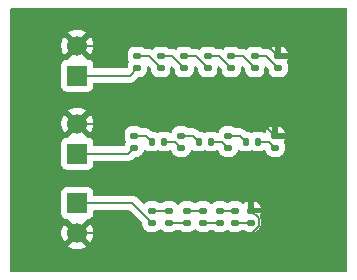
<source format=gbr>
%TF.GenerationSoftware,KiCad,Pcbnew,9.0.6*%
%TF.CreationDate,2026-02-25T04:49:12+07:00*%
%TF.ProjectId,solder_test_board,736f6c64-6572-45f7-9465-73745f626f61,rev?*%
%TF.SameCoordinates,Original*%
%TF.FileFunction,Copper,L1,Top*%
%TF.FilePolarity,Positive*%
%FSLAX46Y46*%
G04 Gerber Fmt 4.6, Leading zero omitted, Abs format (unit mm)*
G04 Created by KiCad (PCBNEW 9.0.6) date 2026-02-25 04:49:12*
%MOMM*%
%LPD*%
G01*
G04 APERTURE LIST*
G04 Aperture macros list*
%AMRoundRect*
0 Rectangle with rounded corners*
0 $1 Rounding radius*
0 $2 $3 $4 $5 $6 $7 $8 $9 X,Y pos of 4 corners*
0 Add a 4 corners polygon primitive as box body*
4,1,4,$2,$3,$4,$5,$6,$7,$8,$9,$2,$3,0*
0 Add four circle primitives for the rounded corners*
1,1,$1+$1,$2,$3*
1,1,$1+$1,$4,$5*
1,1,$1+$1,$6,$7*
1,1,$1+$1,$8,$9*
0 Add four rect primitives between the rounded corners*
20,1,$1+$1,$2,$3,$4,$5,0*
20,1,$1+$1,$4,$5,$6,$7,0*
20,1,$1+$1,$6,$7,$8,$9,0*
20,1,$1+$1,$8,$9,$2,$3,0*%
G04 Aperture macros list end*
%TA.AperFunction,SMDPad,CuDef*%
%ADD10RoundRect,0.135000X0.185000X-0.135000X0.185000X0.135000X-0.185000X0.135000X-0.185000X-0.135000X0*%
%TD*%
%TA.AperFunction,SMDPad,CuDef*%
%ADD11RoundRect,0.135000X-0.185000X0.135000X-0.185000X-0.135000X0.185000X-0.135000X0.185000X0.135000X0*%
%TD*%
%TA.AperFunction,SMDPad,CuDef*%
%ADD12RoundRect,0.135000X-0.135000X-0.185000X0.135000X-0.185000X0.135000X0.185000X-0.135000X0.185000X0*%
%TD*%
%TA.AperFunction,ComponentPad*%
%ADD13R,1.700000X1.700000*%
%TD*%
%TA.AperFunction,ComponentPad*%
%ADD14C,1.700000*%
%TD*%
%TA.AperFunction,Conductor*%
%ADD15C,0.200000*%
%TD*%
G04 APERTURE END LIST*
D10*
%TO.P,R17,2*%
%TO.N,Net-(R17-Pad2)*%
X42291000Y-37844000D03*
%TO.P,R17,1*%
%TO.N,Net-(R16-Pad2)*%
X42291000Y-38864000D03*
%TD*%
%TO.P,R21,1*%
%TO.N,Net-(R20-Pad2)*%
X47752000Y-38864000D03*
%TO.P,R21,2*%
%TO.N,GND*%
X47752000Y-37844000D03*
%TD*%
D11*
%TO.P,R20,1*%
%TO.N,Net-(R19-Pad2)*%
X46355000Y-37844000D03*
%TO.P,R20,2*%
%TO.N,Net-(R20-Pad2)*%
X46355000Y-38864000D03*
%TD*%
D10*
%TO.P,R19,1*%
%TO.N,Net-(R18-Pad2)*%
X45085000Y-38864000D03*
%TO.P,R19,2*%
%TO.N,Net-(R19-Pad2)*%
X45085000Y-37844000D03*
%TD*%
D11*
%TO.P,R18,1*%
%TO.N,Net-(R17-Pad2)*%
X43688000Y-37844000D03*
%TO.P,R18,2*%
%TO.N,Net-(R18-Pad2)*%
X43688000Y-38864000D03*
%TD*%
%TO.P,R16,1*%
%TO.N,Net-(R15-Pad2)*%
X40767000Y-37844000D03*
%TO.P,R16,2*%
%TO.N,Net-(R16-Pad2)*%
X40767000Y-38864000D03*
%TD*%
D10*
%TO.P,R15,1*%
%TO.N,Net-(J3-Pin_1)*%
X39327000Y-38864000D03*
%TO.P,R15,2*%
%TO.N,Net-(R15-Pad2)*%
X39327000Y-37844000D03*
%TD*%
%TO.P,R14,1*%
%TO.N,Net-(R13-Pad2)*%
X49786000Y-32516000D03*
%TO.P,R14,2*%
%TO.N,GND*%
X49786000Y-31496000D03*
%TD*%
D12*
%TO.P,R13,1*%
%TO.N,Net-(R12-Pad2)*%
X47286000Y-32006000D03*
%TO.P,R13,2*%
%TO.N,Net-(R13-Pad2)*%
X48306000Y-32006000D03*
%TD*%
D10*
%TO.P,R12,1*%
%TO.N,Net-(R11-Pad2)*%
X45806000Y-32516000D03*
%TO.P,R12,2*%
%TO.N,Net-(R12-Pad2)*%
X45806000Y-31496000D03*
%TD*%
D12*
%TO.P,R11,1*%
%TO.N,Net-(R10-Pad2)*%
X43306000Y-32006000D03*
%TO.P,R11,2*%
%TO.N,Net-(R11-Pad2)*%
X44326000Y-32006000D03*
%TD*%
D10*
%TO.P,R10,1*%
%TO.N,Net-(R10-Pad1)*%
X41826000Y-32516000D03*
%TO.P,R10,2*%
%TO.N,Net-(R10-Pad2)*%
X41826000Y-31496000D03*
%TD*%
D12*
%TO.P,R9,1*%
%TO.N,Net-(R8-Pad2)*%
X39326000Y-32006000D03*
%TO.P,R9,2*%
%TO.N,Net-(R10-Pad1)*%
X40346000Y-32006000D03*
%TD*%
D10*
%TO.P,R8,1*%
%TO.N,Net-(J2-Pin_1)*%
X37846000Y-32516000D03*
%TO.P,R8,2*%
%TO.N,Net-(R8-Pad2)*%
X37846000Y-31496000D03*
%TD*%
D13*
%TO.P,J3,1,Pin_1*%
%TO.N,Net-(J3-Pin_1)*%
X33020000Y-37211000D03*
D14*
%TO.P,J3,2,Pin_2*%
%TO.N,GND*%
X33020000Y-39751000D03*
%TD*%
D13*
%TO.P,J2,1,Pin_1*%
%TO.N,Net-(J2-Pin_1)*%
X33020000Y-33020000D03*
D14*
%TO.P,J2,2,Pin_2*%
%TO.N,GND*%
X33020000Y-30480000D03*
%TD*%
D10*
%TO.P,R7,1*%
%TO.N,Net-(R6-Pad2)*%
X50038000Y-25781000D03*
%TO.P,R7,2*%
%TO.N,GND*%
X50038000Y-24761000D03*
%TD*%
%TO.P,R6,1*%
%TO.N,Net-(R5-Pad2)*%
X48048000Y-25781000D03*
%TO.P,R6,2*%
%TO.N,Net-(R6-Pad2)*%
X48048000Y-24761000D03*
%TD*%
%TO.P,R5,1*%
%TO.N,Net-(R4-Pad2)*%
X46058000Y-25781000D03*
%TO.P,R5,2*%
%TO.N,Net-(R5-Pad2)*%
X46058000Y-24761000D03*
%TD*%
%TO.P,R4,1*%
%TO.N,Net-(R3-Pad2)*%
X44068000Y-25781000D03*
%TO.P,R4,2*%
%TO.N,Net-(R4-Pad2)*%
X44068000Y-24761000D03*
%TD*%
%TO.P,R3,1*%
%TO.N,Net-(R2-Pad2)*%
X42078000Y-25781000D03*
%TO.P,R3,2*%
%TO.N,Net-(R3-Pad2)*%
X42078000Y-24761000D03*
%TD*%
%TO.P,R2,1*%
%TO.N,Net-(R1-Pad2)*%
X40088000Y-25781000D03*
%TO.P,R2,2*%
%TO.N,Net-(R2-Pad2)*%
X40088000Y-24761000D03*
%TD*%
%TO.P,R1,1*%
%TO.N,Net-(J1-Pin_1)*%
X38098000Y-25781000D03*
%TO.P,R1,2*%
%TO.N,Net-(R1-Pad2)*%
X38098000Y-24761000D03*
%TD*%
D13*
%TO.P,J1,1,Pin_1*%
%TO.N,Net-(J1-Pin_1)*%
X33018000Y-26416000D03*
D14*
%TO.P,J1,2,Pin_2*%
%TO.N,GND*%
X33018000Y-23876000D03*
%TD*%
D15*
%TO.N,GND*%
X48373000Y-38465000D02*
X47752000Y-37844000D01*
X47805340Y-39751000D02*
X48373000Y-39183340D01*
X33020000Y-39751000D02*
X47805340Y-39751000D01*
X48373000Y-39183340D02*
X48373000Y-38465000D01*
%TO.N,Net-(J3-Pin_1)*%
X37674000Y-37211000D02*
X39327000Y-38864000D01*
X33020000Y-37211000D02*
X37674000Y-37211000D01*
%TO.N,Net-(R20-Pad2)*%
X46355000Y-38864000D02*
X47752000Y-38864000D01*
%TO.N,Net-(R19-Pad2)*%
X45085000Y-37844000D02*
X46355000Y-37844000D01*
%TO.N,Net-(R18-Pad2)*%
X43688000Y-38864000D02*
X45085000Y-38864000D01*
%TO.N,Net-(R17-Pad2)*%
X43688000Y-37844000D02*
X42291000Y-37844000D01*
%TO.N,Net-(R16-Pad2)*%
X40767000Y-38864000D02*
X42291000Y-38864000D01*
%TO.N,Net-(R15-Pad2)*%
X39327000Y-37844000D02*
X40767000Y-37844000D01*
%TO.N,GND*%
X48770000Y-30480000D02*
X33020000Y-30480000D01*
X49786000Y-31496000D02*
X48770000Y-30480000D01*
%TO.N,Net-(R13-Pad2)*%
X49276000Y-32006000D02*
X49786000Y-32516000D01*
X48306000Y-32006000D02*
X49276000Y-32006000D01*
%TO.N,Net-(R12-Pad2)*%
X46776000Y-31496000D02*
X47286000Y-32006000D01*
X45806000Y-31496000D02*
X46776000Y-31496000D01*
%TO.N,Net-(R11-Pad2)*%
X45296000Y-32006000D02*
X45806000Y-32516000D01*
X44326000Y-32006000D02*
X45296000Y-32006000D01*
%TO.N,Net-(R10-Pad2)*%
X42796000Y-31496000D02*
X43306000Y-32006000D01*
X41826000Y-31496000D02*
X42796000Y-31496000D01*
%TO.N,Net-(R10-Pad1)*%
X41316000Y-32006000D02*
X41826000Y-32516000D01*
X40346000Y-32006000D02*
X41316000Y-32006000D01*
%TO.N,Net-(R8-Pad2)*%
X38816000Y-31496000D02*
X39326000Y-32006000D01*
X37846000Y-31496000D02*
X38816000Y-31496000D01*
%TO.N,Net-(J2-Pin_1)*%
X37342000Y-33020000D02*
X37846000Y-32516000D01*
X33020000Y-33020000D02*
X37342000Y-33020000D01*
%TO.N,GND*%
X49153000Y-23876000D02*
X33018000Y-23876000D01*
X50038000Y-24761000D02*
X49153000Y-23876000D01*
%TO.N,Net-(R6-Pad2)*%
X48048000Y-24761000D02*
X49018000Y-24761000D01*
X49018000Y-24761000D02*
X50038000Y-25781000D01*
%TO.N,Net-(R5-Pad2)*%
X47028000Y-24761000D02*
X48048000Y-25781000D01*
X46058000Y-24761000D02*
X47028000Y-24761000D01*
%TO.N,Net-(R4-Pad2)*%
X45038000Y-24761000D02*
X46058000Y-25781000D01*
X44068000Y-24761000D02*
X45038000Y-24761000D01*
%TO.N,Net-(R3-Pad2)*%
X43048000Y-24761000D02*
X44068000Y-25781000D01*
X42078000Y-24761000D02*
X43048000Y-24761000D01*
%TO.N,Net-(R2-Pad2)*%
X41058000Y-24761000D02*
X42078000Y-25781000D01*
X40088000Y-24761000D02*
X41058000Y-24761000D01*
%TO.N,Net-(R1-Pad2)*%
X39068000Y-24761000D02*
X40088000Y-25781000D01*
X38098000Y-24761000D02*
X39068000Y-24761000D01*
%TO.N,Net-(J1-Pin_1)*%
X37463000Y-26416000D02*
X38098000Y-25781000D01*
X33018000Y-26416000D02*
X37463000Y-26416000D01*
%TD*%
%TA.AperFunction,Conductor*%
%TO.N,GND*%
G36*
X55830539Y-20713185D02*
G01*
X55876294Y-20765989D01*
X55887500Y-20817500D01*
X55887500Y-42936500D01*
X55867815Y-43003539D01*
X55815011Y-43049294D01*
X55763500Y-43060500D01*
X27421500Y-43060500D01*
X27354461Y-43040815D01*
X27308706Y-42988011D01*
X27297500Y-42936500D01*
X27297500Y-36313135D01*
X31669500Y-36313135D01*
X31669500Y-38108870D01*
X31669501Y-38108876D01*
X31675908Y-38168483D01*
X31726202Y-38303328D01*
X31726206Y-38303335D01*
X31812452Y-38418544D01*
X31812455Y-38418547D01*
X31927664Y-38504793D01*
X31927671Y-38504797D01*
X31972618Y-38521561D01*
X32062517Y-38555091D01*
X32122127Y-38561500D01*
X32132685Y-38561499D01*
X32199723Y-38581179D01*
X32220372Y-38597818D01*
X32890591Y-39268037D01*
X32827007Y-39285075D01*
X32712993Y-39350901D01*
X32619901Y-39443993D01*
X32554075Y-39558007D01*
X32537037Y-39621591D01*
X31904728Y-38989282D01*
X31904727Y-38989282D01*
X31865380Y-39043439D01*
X31768904Y-39232782D01*
X31703242Y-39434869D01*
X31703242Y-39434872D01*
X31670000Y-39644753D01*
X31670000Y-39857246D01*
X31703242Y-40067127D01*
X31703242Y-40067130D01*
X31768904Y-40269217D01*
X31865375Y-40458550D01*
X31904728Y-40512716D01*
X32537037Y-39880408D01*
X32554075Y-39943993D01*
X32619901Y-40058007D01*
X32712993Y-40151099D01*
X32827007Y-40216925D01*
X32890590Y-40233962D01*
X32258282Y-40866269D01*
X32258282Y-40866270D01*
X32312449Y-40905624D01*
X32501782Y-41002095D01*
X32703870Y-41067757D01*
X32913754Y-41101000D01*
X33126246Y-41101000D01*
X33336127Y-41067757D01*
X33336130Y-41067757D01*
X33538217Y-41002095D01*
X33727554Y-40905622D01*
X33781716Y-40866270D01*
X33781717Y-40866270D01*
X33149408Y-40233962D01*
X33212993Y-40216925D01*
X33327007Y-40151099D01*
X33420099Y-40058007D01*
X33485925Y-39943993D01*
X33502962Y-39880409D01*
X34135270Y-40512717D01*
X34135270Y-40512716D01*
X34174622Y-40458554D01*
X34271095Y-40269217D01*
X34336757Y-40067130D01*
X34336757Y-40067127D01*
X34370000Y-39857246D01*
X34370000Y-39644753D01*
X34336757Y-39434872D01*
X34336757Y-39434869D01*
X34271095Y-39232782D01*
X34174624Y-39043449D01*
X34135270Y-38989282D01*
X34135269Y-38989282D01*
X33502962Y-39621590D01*
X33485925Y-39558007D01*
X33420099Y-39443993D01*
X33327007Y-39350901D01*
X33212993Y-39285075D01*
X33149409Y-39268037D01*
X33819627Y-38597818D01*
X33880950Y-38564333D01*
X33907307Y-38561499D01*
X33917872Y-38561499D01*
X33977483Y-38555091D01*
X34112331Y-38504796D01*
X34227546Y-38418546D01*
X34313796Y-38303331D01*
X34364091Y-38168483D01*
X34370500Y-38108873D01*
X34370500Y-37935500D01*
X34390185Y-37868461D01*
X34442989Y-37822706D01*
X34494500Y-37811500D01*
X37373903Y-37811500D01*
X37440942Y-37831185D01*
X37461584Y-37847819D01*
X38470181Y-38856416D01*
X38503666Y-38917739D01*
X38506500Y-38944096D01*
X38506500Y-39063168D01*
X38506501Y-39063192D01*
X38509335Y-39099205D01*
X38554129Y-39253388D01*
X38554131Y-39253393D01*
X38635863Y-39391595D01*
X38635869Y-39391603D01*
X38749396Y-39505130D01*
X38749400Y-39505133D01*
X38749402Y-39505135D01*
X38887607Y-39586869D01*
X38928268Y-39598682D01*
X39041791Y-39631664D01*
X39041794Y-39631664D01*
X39041796Y-39631665D01*
X39077819Y-39634500D01*
X39576180Y-39634499D01*
X39612204Y-39631665D01*
X39766393Y-39586869D01*
X39904598Y-39505135D01*
X39925548Y-39484185D01*
X39959319Y-39450415D01*
X40020642Y-39416930D01*
X40090334Y-39421914D01*
X40134681Y-39450415D01*
X40189396Y-39505130D01*
X40189400Y-39505133D01*
X40189402Y-39505135D01*
X40327607Y-39586869D01*
X40368268Y-39598682D01*
X40481791Y-39631664D01*
X40481794Y-39631664D01*
X40481796Y-39631665D01*
X40517819Y-39634500D01*
X41016180Y-39634499D01*
X41052204Y-39631665D01*
X41206393Y-39586869D01*
X41344598Y-39505135D01*
X41344603Y-39505130D01*
X41348915Y-39500819D01*
X41375842Y-39486115D01*
X41401661Y-39469523D01*
X41407861Y-39468631D01*
X41410238Y-39467334D01*
X41436596Y-39464500D01*
X41621404Y-39464500D01*
X41688443Y-39484185D01*
X41709085Y-39500819D01*
X41713396Y-39505130D01*
X41713400Y-39505133D01*
X41713402Y-39505135D01*
X41851607Y-39586869D01*
X41892268Y-39598682D01*
X42005791Y-39631664D01*
X42005794Y-39631664D01*
X42005796Y-39631665D01*
X42041819Y-39634500D01*
X42540180Y-39634499D01*
X42576204Y-39631665D01*
X42730393Y-39586869D01*
X42868598Y-39505135D01*
X42901818Y-39471915D01*
X42963140Y-39438429D01*
X43032832Y-39443413D01*
X43077182Y-39471915D01*
X43110396Y-39505130D01*
X43110400Y-39505133D01*
X43110402Y-39505135D01*
X43248607Y-39586869D01*
X43289268Y-39598682D01*
X43402791Y-39631664D01*
X43402794Y-39631664D01*
X43402796Y-39631665D01*
X43438819Y-39634500D01*
X43937180Y-39634499D01*
X43973204Y-39631665D01*
X44127393Y-39586869D01*
X44265598Y-39505135D01*
X44265603Y-39505130D01*
X44269915Y-39500819D01*
X44296842Y-39486115D01*
X44322661Y-39469523D01*
X44328861Y-39468631D01*
X44331238Y-39467334D01*
X44357596Y-39464500D01*
X44415404Y-39464500D01*
X44482443Y-39484185D01*
X44503085Y-39500819D01*
X44507396Y-39505130D01*
X44507400Y-39505133D01*
X44507402Y-39505135D01*
X44645607Y-39586869D01*
X44686268Y-39598682D01*
X44799791Y-39631664D01*
X44799794Y-39631664D01*
X44799796Y-39631665D01*
X44835819Y-39634500D01*
X45334180Y-39634499D01*
X45370204Y-39631665D01*
X45524393Y-39586869D01*
X45656879Y-39508516D01*
X45724603Y-39491334D01*
X45783120Y-39508516D01*
X45915607Y-39586869D01*
X45956268Y-39598682D01*
X46069791Y-39631664D01*
X46069794Y-39631664D01*
X46069796Y-39631665D01*
X46105819Y-39634500D01*
X46604180Y-39634499D01*
X46640204Y-39631665D01*
X46794393Y-39586869D01*
X46932598Y-39505135D01*
X46932603Y-39505130D01*
X46936915Y-39500819D01*
X46963842Y-39486115D01*
X46989661Y-39469523D01*
X46995861Y-39468631D01*
X46998238Y-39467334D01*
X47024596Y-39464500D01*
X47082404Y-39464500D01*
X47149443Y-39484185D01*
X47170085Y-39500819D01*
X47174396Y-39505130D01*
X47174400Y-39505133D01*
X47174402Y-39505135D01*
X47312607Y-39586869D01*
X47353268Y-39598682D01*
X47466791Y-39631664D01*
X47466794Y-39631664D01*
X47466796Y-39631665D01*
X47502819Y-39634500D01*
X48001180Y-39634499D01*
X48037204Y-39631665D01*
X48191393Y-39586869D01*
X48329598Y-39505135D01*
X48443135Y-39391598D01*
X48524869Y-39253393D01*
X48569665Y-39099204D01*
X48572500Y-39063181D01*
X48572499Y-38664820D01*
X48569665Y-38628796D01*
X48524869Y-38474607D01*
X48490581Y-38416629D01*
X48473398Y-38348905D01*
X48490582Y-38290386D01*
X48524404Y-38233196D01*
X48524405Y-38233194D01*
X48564844Y-38094000D01*
X48012409Y-38094000D01*
X48011954Y-38093999D01*
X48007305Y-38093981D01*
X48001181Y-38093500D01*
X47875886Y-38093500D01*
X47875545Y-38093499D01*
X47842216Y-38083579D01*
X47808961Y-38073815D01*
X47808806Y-38073636D01*
X47808579Y-38073569D01*
X47785867Y-38047163D01*
X47763206Y-38021011D01*
X47763149Y-38020750D01*
X47763018Y-38020598D01*
X47762840Y-38019331D01*
X47752000Y-37969500D01*
X47752000Y-37844000D01*
X47626000Y-37844000D01*
X47558961Y-37824315D01*
X47513206Y-37771511D01*
X47502000Y-37720000D01*
X47502000Y-37594000D01*
X48002000Y-37594000D01*
X48564844Y-37594000D01*
X48524404Y-37454805D01*
X48442738Y-37316714D01*
X48442731Y-37316705D01*
X48329294Y-37203268D01*
X48329285Y-37203261D01*
X48191191Y-37121593D01*
X48191188Y-37121592D01*
X48037130Y-37076834D01*
X48002000Y-37074068D01*
X48002000Y-37594000D01*
X47502000Y-37594000D01*
X47502000Y-37074068D01*
X47501999Y-37074068D01*
X47466869Y-37076834D01*
X47466868Y-37076834D01*
X47312811Y-37121592D01*
X47312808Y-37121593D01*
X47174714Y-37203261D01*
X47174704Y-37203269D01*
X47141533Y-37236440D01*
X47080210Y-37269925D01*
X47010518Y-37264939D01*
X46966171Y-37236438D01*
X46932603Y-37202869D01*
X46932595Y-37202863D01*
X46794393Y-37121131D01*
X46794388Y-37121129D01*
X46640208Y-37076335D01*
X46640202Y-37076334D01*
X46604181Y-37073500D01*
X46105830Y-37073500D01*
X46105808Y-37073501D01*
X46069794Y-37076335D01*
X45915611Y-37121129D01*
X45915602Y-37121133D01*
X45783120Y-37199482D01*
X45715396Y-37216665D01*
X45656880Y-37199482D01*
X45524397Y-37121133D01*
X45524388Y-37121129D01*
X45370208Y-37076335D01*
X45370202Y-37076334D01*
X45334181Y-37073500D01*
X44835830Y-37073500D01*
X44835808Y-37073501D01*
X44799794Y-37076335D01*
X44645611Y-37121129D01*
X44645606Y-37121131D01*
X44507404Y-37202863D01*
X44507396Y-37202869D01*
X44474181Y-37236085D01*
X44412858Y-37269570D01*
X44343166Y-37264586D01*
X44298819Y-37236085D01*
X44265603Y-37202869D01*
X44265595Y-37202863D01*
X44127393Y-37121131D01*
X44127388Y-37121129D01*
X43973208Y-37076335D01*
X43973202Y-37076334D01*
X43937181Y-37073500D01*
X43438830Y-37073500D01*
X43438808Y-37073501D01*
X43402794Y-37076335D01*
X43248611Y-37121129D01*
X43248606Y-37121131D01*
X43110404Y-37202863D01*
X43110396Y-37202869D01*
X43106085Y-37207181D01*
X43079157Y-37221884D01*
X43053339Y-37238477D01*
X43047138Y-37239368D01*
X43044762Y-37240666D01*
X43018404Y-37243500D01*
X42960596Y-37243500D01*
X42893557Y-37223815D01*
X42872915Y-37207181D01*
X42868603Y-37202869D01*
X42868595Y-37202863D01*
X42730393Y-37121131D01*
X42730388Y-37121129D01*
X42576208Y-37076335D01*
X42576202Y-37076334D01*
X42540181Y-37073500D01*
X42041830Y-37073500D01*
X42041808Y-37073501D01*
X42005794Y-37076335D01*
X41851611Y-37121129D01*
X41851606Y-37121131D01*
X41713404Y-37202863D01*
X41713396Y-37202869D01*
X41616681Y-37299585D01*
X41555358Y-37333070D01*
X41485666Y-37328086D01*
X41441319Y-37299585D01*
X41344603Y-37202869D01*
X41344595Y-37202863D01*
X41206393Y-37121131D01*
X41206388Y-37121129D01*
X41052208Y-37076335D01*
X41052202Y-37076334D01*
X41016181Y-37073500D01*
X40517830Y-37073500D01*
X40517808Y-37073501D01*
X40481794Y-37076335D01*
X40327611Y-37121129D01*
X40327606Y-37121131D01*
X40189404Y-37202863D01*
X40189396Y-37202869D01*
X40185085Y-37207181D01*
X40158157Y-37221884D01*
X40132339Y-37238477D01*
X40126138Y-37239368D01*
X40123762Y-37240666D01*
X40097404Y-37243500D01*
X39996596Y-37243500D01*
X39929557Y-37223815D01*
X39908915Y-37207181D01*
X39904603Y-37202869D01*
X39904595Y-37202863D01*
X39766393Y-37121131D01*
X39766388Y-37121129D01*
X39612208Y-37076335D01*
X39612202Y-37076334D01*
X39576181Y-37073500D01*
X39077830Y-37073500D01*
X39077808Y-37073501D01*
X39041794Y-37076335D01*
X38887611Y-37121129D01*
X38887606Y-37121131D01*
X38749404Y-37202863D01*
X38749395Y-37202870D01*
X38719930Y-37232335D01*
X38658606Y-37265820D01*
X38588915Y-37260834D01*
X38544569Y-37232334D01*
X38161590Y-36849355D01*
X38161588Y-36849352D01*
X38042717Y-36730481D01*
X38042716Y-36730480D01*
X37955904Y-36680360D01*
X37955904Y-36680359D01*
X37955900Y-36680358D01*
X37905785Y-36651423D01*
X37753057Y-36610499D01*
X37594943Y-36610499D01*
X37587347Y-36610499D01*
X37587331Y-36610500D01*
X34494499Y-36610500D01*
X34427460Y-36590815D01*
X34381705Y-36538011D01*
X34370499Y-36486500D01*
X34370499Y-36313129D01*
X34370498Y-36313123D01*
X34370497Y-36313116D01*
X34364091Y-36253517D01*
X34313796Y-36118669D01*
X34313795Y-36118668D01*
X34313793Y-36118664D01*
X34227547Y-36003455D01*
X34227544Y-36003452D01*
X34112335Y-35917206D01*
X34112328Y-35917202D01*
X33977482Y-35866908D01*
X33977483Y-35866908D01*
X33917883Y-35860501D01*
X33917881Y-35860500D01*
X33917873Y-35860500D01*
X33917864Y-35860500D01*
X32122129Y-35860500D01*
X32122123Y-35860501D01*
X32062516Y-35866908D01*
X31927671Y-35917202D01*
X31927664Y-35917206D01*
X31812455Y-36003452D01*
X31812452Y-36003455D01*
X31726206Y-36118664D01*
X31726202Y-36118671D01*
X31675908Y-36253517D01*
X31669501Y-36313116D01*
X31669501Y-36313123D01*
X31669500Y-36313135D01*
X27297500Y-36313135D01*
X27297500Y-32122135D01*
X31669500Y-32122135D01*
X31669500Y-33917870D01*
X31669501Y-33917876D01*
X31675908Y-33977483D01*
X31726202Y-34112328D01*
X31726206Y-34112335D01*
X31812452Y-34227544D01*
X31812455Y-34227547D01*
X31927664Y-34313793D01*
X31927671Y-34313797D01*
X32062517Y-34364091D01*
X32062516Y-34364091D01*
X32069444Y-34364835D01*
X32122127Y-34370500D01*
X33917872Y-34370499D01*
X33977483Y-34364091D01*
X34112331Y-34313796D01*
X34227546Y-34227546D01*
X34313796Y-34112331D01*
X34364091Y-33977483D01*
X34370500Y-33917873D01*
X34370500Y-33744500D01*
X34390185Y-33677461D01*
X34442989Y-33631706D01*
X34494500Y-33620500D01*
X37255331Y-33620500D01*
X37255347Y-33620501D01*
X37262943Y-33620501D01*
X37421054Y-33620501D01*
X37421057Y-33620501D01*
X37573785Y-33579577D01*
X37623904Y-33550639D01*
X37710716Y-33500520D01*
X37822520Y-33388716D01*
X37822521Y-33388714D01*
X37888418Y-33322817D01*
X37949741Y-33289333D01*
X37976098Y-33286499D01*
X38095168Y-33286499D01*
X38095180Y-33286499D01*
X38131204Y-33283665D01*
X38285393Y-33238869D01*
X38423598Y-33157135D01*
X38537135Y-33043598D01*
X38618869Y-32905393D01*
X38652227Y-32790572D01*
X38689831Y-32731690D01*
X38753304Y-32702483D01*
X38822490Y-32712229D01*
X38834423Y-32718438D01*
X38934936Y-32777881D01*
X38936607Y-32778869D01*
X38936614Y-32778871D01*
X39090791Y-32823664D01*
X39090794Y-32823664D01*
X39090796Y-32823665D01*
X39126819Y-32826500D01*
X39525180Y-32826499D01*
X39561204Y-32823665D01*
X39715393Y-32778869D01*
X39772882Y-32744869D01*
X39840602Y-32727688D01*
X39899117Y-32744869D01*
X39956607Y-32778869D01*
X39956610Y-32778869D01*
X39956612Y-32778871D01*
X40110791Y-32823664D01*
X40110794Y-32823664D01*
X40110796Y-32823665D01*
X40146819Y-32826500D01*
X40545180Y-32826499D01*
X40581204Y-32823665D01*
X40735393Y-32778869D01*
X40837576Y-32718437D01*
X40905300Y-32701255D01*
X40971562Y-32723415D01*
X41015326Y-32777881D01*
X41019773Y-32790575D01*
X41053129Y-32905388D01*
X41053131Y-32905393D01*
X41134863Y-33043595D01*
X41134869Y-33043603D01*
X41248396Y-33157130D01*
X41248400Y-33157133D01*
X41248402Y-33157135D01*
X41386607Y-33238869D01*
X41427268Y-33250682D01*
X41540791Y-33283664D01*
X41540794Y-33283664D01*
X41540796Y-33283665D01*
X41576819Y-33286500D01*
X42075180Y-33286499D01*
X42111204Y-33283665D01*
X42265393Y-33238869D01*
X42403598Y-33157135D01*
X42517135Y-33043598D01*
X42598869Y-32905393D01*
X42632227Y-32790572D01*
X42669831Y-32731690D01*
X42733304Y-32702483D01*
X42802490Y-32712229D01*
X42814423Y-32718438D01*
X42914936Y-32777881D01*
X42916607Y-32778869D01*
X42916614Y-32778871D01*
X43070791Y-32823664D01*
X43070794Y-32823664D01*
X43070796Y-32823665D01*
X43106819Y-32826500D01*
X43505180Y-32826499D01*
X43541204Y-32823665D01*
X43695393Y-32778869D01*
X43752882Y-32744869D01*
X43820602Y-32727688D01*
X43879117Y-32744869D01*
X43936607Y-32778869D01*
X43936610Y-32778869D01*
X43936612Y-32778871D01*
X44090791Y-32823664D01*
X44090794Y-32823664D01*
X44090796Y-32823665D01*
X44126819Y-32826500D01*
X44525180Y-32826499D01*
X44561204Y-32823665D01*
X44715393Y-32778869D01*
X44817576Y-32718437D01*
X44885300Y-32701255D01*
X44951562Y-32723415D01*
X44995326Y-32777881D01*
X44999773Y-32790575D01*
X45033129Y-32905388D01*
X45033131Y-32905393D01*
X45114863Y-33043595D01*
X45114869Y-33043603D01*
X45228396Y-33157130D01*
X45228400Y-33157133D01*
X45228402Y-33157135D01*
X45366607Y-33238869D01*
X45407268Y-33250682D01*
X45520791Y-33283664D01*
X45520794Y-33283664D01*
X45520796Y-33283665D01*
X45556819Y-33286500D01*
X46055180Y-33286499D01*
X46091204Y-33283665D01*
X46245393Y-33238869D01*
X46383598Y-33157135D01*
X46497135Y-33043598D01*
X46578869Y-32905393D01*
X46612227Y-32790572D01*
X46649831Y-32731690D01*
X46713304Y-32702483D01*
X46782490Y-32712229D01*
X46794423Y-32718438D01*
X46894936Y-32777881D01*
X46896607Y-32778869D01*
X46896614Y-32778871D01*
X47050791Y-32823664D01*
X47050794Y-32823664D01*
X47050796Y-32823665D01*
X47086819Y-32826500D01*
X47485180Y-32826499D01*
X47521204Y-32823665D01*
X47675393Y-32778869D01*
X47732882Y-32744869D01*
X47800602Y-32727688D01*
X47859117Y-32744869D01*
X47916607Y-32778869D01*
X47916610Y-32778869D01*
X47916612Y-32778871D01*
X48070791Y-32823664D01*
X48070794Y-32823664D01*
X48070796Y-32823665D01*
X48106819Y-32826500D01*
X48505180Y-32826499D01*
X48541204Y-32823665D01*
X48695393Y-32778869D01*
X48797576Y-32718437D01*
X48865300Y-32701255D01*
X48931562Y-32723415D01*
X48975326Y-32777881D01*
X48979773Y-32790575D01*
X49013129Y-32905388D01*
X49013131Y-32905393D01*
X49094863Y-33043595D01*
X49094869Y-33043603D01*
X49208396Y-33157130D01*
X49208400Y-33157133D01*
X49208402Y-33157135D01*
X49346607Y-33238869D01*
X49387268Y-33250682D01*
X49500791Y-33283664D01*
X49500794Y-33283664D01*
X49500796Y-33283665D01*
X49536819Y-33286500D01*
X50035180Y-33286499D01*
X50071204Y-33283665D01*
X50225393Y-33238869D01*
X50363598Y-33157135D01*
X50477135Y-33043598D01*
X50558869Y-32905393D01*
X50603665Y-32751204D01*
X50606500Y-32715181D01*
X50606499Y-32316820D01*
X50603665Y-32280796D01*
X50558869Y-32126607D01*
X50524581Y-32068629D01*
X50507398Y-32000905D01*
X50524582Y-31942386D01*
X50558404Y-31885196D01*
X50558405Y-31885194D01*
X50598844Y-31746000D01*
X50046409Y-31746000D01*
X50045933Y-31745999D01*
X50041295Y-31745981D01*
X50035181Y-31745500D01*
X49915882Y-31745500D01*
X49915621Y-31745499D01*
X49882352Y-31735591D01*
X49849058Y-31725815D01*
X49848784Y-31725594D01*
X49848658Y-31725557D01*
X49848477Y-31725347D01*
X49828416Y-31709181D01*
X49822319Y-31703084D01*
X49810108Y-31680722D01*
X49803106Y-31672578D01*
X49802226Y-31666286D01*
X49788834Y-31641761D01*
X49786000Y-31615403D01*
X49786000Y-31496000D01*
X49660000Y-31496000D01*
X49592961Y-31476315D01*
X49547206Y-31423511D01*
X49536000Y-31372000D01*
X49536000Y-31246000D01*
X50036000Y-31246000D01*
X50598844Y-31246000D01*
X50558404Y-31106805D01*
X50476738Y-30968714D01*
X50476731Y-30968705D01*
X50363294Y-30855268D01*
X50363285Y-30855261D01*
X50225191Y-30773593D01*
X50225188Y-30773592D01*
X50071130Y-30728834D01*
X50036000Y-30726068D01*
X50036000Y-31246000D01*
X49536000Y-31246000D01*
X49536000Y-30726068D01*
X49535999Y-30726068D01*
X49500869Y-30728834D01*
X49500868Y-30728834D01*
X49346811Y-30773592D01*
X49346808Y-30773593D01*
X49208714Y-30855261D01*
X49208705Y-30855268D01*
X49095268Y-30968705D01*
X49095261Y-30968714D01*
X49013593Y-31106808D01*
X49013591Y-31106811D01*
X48980217Y-31221687D01*
X48942611Y-31280573D01*
X48879138Y-31309779D01*
X48809951Y-31300033D01*
X48798020Y-31293824D01*
X48695394Y-31233131D01*
X48695388Y-31233129D01*
X48541208Y-31188335D01*
X48541202Y-31188334D01*
X48505181Y-31185500D01*
X48106830Y-31185500D01*
X48106808Y-31185501D01*
X48070794Y-31188335D01*
X47916611Y-31233129D01*
X47916604Y-31233132D01*
X47859119Y-31267128D01*
X47791395Y-31284309D01*
X47732881Y-31267128D01*
X47675395Y-31233132D01*
X47675388Y-31233129D01*
X47521208Y-31188335D01*
X47521202Y-31188334D01*
X47485188Y-31185500D01*
X47485181Y-31185500D01*
X47366097Y-31185500D01*
X47336656Y-31176855D01*
X47306670Y-31170332D01*
X47301654Y-31166577D01*
X47299058Y-31165815D01*
X47278416Y-31149181D01*
X47263590Y-31134355D01*
X47263588Y-31134352D01*
X47144717Y-31015481D01*
X47144716Y-31015480D01*
X47057904Y-30965360D01*
X47057904Y-30965359D01*
X47057900Y-30965358D01*
X47007785Y-30936423D01*
X46855057Y-30895499D01*
X46696943Y-30895499D01*
X46689347Y-30895499D01*
X46689331Y-30895500D01*
X46475596Y-30895500D01*
X46408557Y-30875815D01*
X46387915Y-30859181D01*
X46383603Y-30854869D01*
X46383595Y-30854863D01*
X46245393Y-30773131D01*
X46245388Y-30773129D01*
X46091208Y-30728335D01*
X46091202Y-30728334D01*
X46055181Y-30725500D01*
X45556830Y-30725500D01*
X45556808Y-30725501D01*
X45520794Y-30728335D01*
X45366611Y-30773129D01*
X45366606Y-30773131D01*
X45228404Y-30854863D01*
X45228396Y-30854869D01*
X45114869Y-30968396D01*
X45114863Y-30968404D01*
X45033131Y-31106606D01*
X45033129Y-31106612D01*
X44999773Y-31221424D01*
X44962167Y-31280310D01*
X44898694Y-31309516D01*
X44829508Y-31299770D01*
X44817577Y-31293561D01*
X44715397Y-31233133D01*
X44715388Y-31233129D01*
X44561208Y-31188335D01*
X44561202Y-31188334D01*
X44525181Y-31185500D01*
X44126830Y-31185500D01*
X44126808Y-31185501D01*
X44090794Y-31188335D01*
X43936611Y-31233129D01*
X43936604Y-31233132D01*
X43879119Y-31267128D01*
X43811395Y-31284309D01*
X43752881Y-31267128D01*
X43695395Y-31233132D01*
X43695388Y-31233129D01*
X43541208Y-31188335D01*
X43541202Y-31188334D01*
X43505188Y-31185500D01*
X43505181Y-31185500D01*
X43386097Y-31185500D01*
X43356656Y-31176855D01*
X43326670Y-31170332D01*
X43321654Y-31166577D01*
X43319058Y-31165815D01*
X43298416Y-31149181D01*
X43283590Y-31134355D01*
X43283588Y-31134352D01*
X43164717Y-31015481D01*
X43164716Y-31015480D01*
X43077904Y-30965360D01*
X43077904Y-30965359D01*
X43077900Y-30965358D01*
X43027785Y-30936423D01*
X42875057Y-30895499D01*
X42716943Y-30895499D01*
X42709347Y-30895499D01*
X42709331Y-30895500D01*
X42495596Y-30895500D01*
X42428557Y-30875815D01*
X42407915Y-30859181D01*
X42403603Y-30854869D01*
X42403595Y-30854863D01*
X42265393Y-30773131D01*
X42265388Y-30773129D01*
X42111208Y-30728335D01*
X42111202Y-30728334D01*
X42075181Y-30725500D01*
X41576830Y-30725500D01*
X41576808Y-30725501D01*
X41540794Y-30728335D01*
X41386611Y-30773129D01*
X41386606Y-30773131D01*
X41248404Y-30854863D01*
X41248396Y-30854869D01*
X41134869Y-30968396D01*
X41134863Y-30968404D01*
X41053131Y-31106606D01*
X41053129Y-31106612D01*
X41019773Y-31221424D01*
X40982167Y-31280310D01*
X40918694Y-31309516D01*
X40849508Y-31299770D01*
X40837577Y-31293561D01*
X40735397Y-31233133D01*
X40735388Y-31233129D01*
X40581208Y-31188335D01*
X40581202Y-31188334D01*
X40545181Y-31185500D01*
X40146830Y-31185500D01*
X40146808Y-31185501D01*
X40110794Y-31188335D01*
X39956611Y-31233129D01*
X39956604Y-31233132D01*
X39899119Y-31267128D01*
X39831395Y-31284309D01*
X39772881Y-31267128D01*
X39715395Y-31233132D01*
X39715388Y-31233129D01*
X39561208Y-31188335D01*
X39561202Y-31188334D01*
X39525188Y-31185500D01*
X39525181Y-31185500D01*
X39406097Y-31185500D01*
X39376656Y-31176855D01*
X39346670Y-31170332D01*
X39341654Y-31166577D01*
X39339058Y-31165815D01*
X39318416Y-31149181D01*
X39303590Y-31134355D01*
X39303588Y-31134352D01*
X39184717Y-31015481D01*
X39184716Y-31015480D01*
X39097904Y-30965360D01*
X39097904Y-30965359D01*
X39097900Y-30965358D01*
X39047785Y-30936423D01*
X38895057Y-30895499D01*
X38736943Y-30895499D01*
X38729347Y-30895499D01*
X38729331Y-30895500D01*
X38515596Y-30895500D01*
X38448557Y-30875815D01*
X38427915Y-30859181D01*
X38423603Y-30854869D01*
X38423595Y-30854863D01*
X38285393Y-30773131D01*
X38285388Y-30773129D01*
X38131208Y-30728335D01*
X38131202Y-30728334D01*
X38095181Y-30725500D01*
X37596830Y-30725500D01*
X37596808Y-30725501D01*
X37560794Y-30728335D01*
X37406611Y-30773129D01*
X37406606Y-30773131D01*
X37268404Y-30854863D01*
X37268396Y-30854869D01*
X37154869Y-30968396D01*
X37154863Y-30968404D01*
X37073131Y-31106606D01*
X37073129Y-31106611D01*
X37028335Y-31260791D01*
X37028334Y-31260797D01*
X37025500Y-31296811D01*
X37025500Y-31695169D01*
X37025501Y-31695191D01*
X37028335Y-31731205D01*
X37073129Y-31885388D01*
X37073132Y-31885395D01*
X37107128Y-31942881D01*
X37124309Y-32010605D01*
X37107128Y-32069119D01*
X37073132Y-32126604D01*
X37073129Y-32126611D01*
X37028335Y-32280791D01*
X37028334Y-32280797D01*
X37026412Y-32305229D01*
X37001528Y-32370517D01*
X36945297Y-32411988D01*
X36902794Y-32419500D01*
X34494499Y-32419500D01*
X34427460Y-32399815D01*
X34381705Y-32347011D01*
X34370499Y-32295500D01*
X34370499Y-32122129D01*
X34370498Y-32122123D01*
X34370497Y-32122116D01*
X34364091Y-32062517D01*
X34341111Y-32000905D01*
X34313797Y-31927671D01*
X34313793Y-31927664D01*
X34227547Y-31812455D01*
X34227544Y-31812452D01*
X34112335Y-31726206D01*
X34112328Y-31726202D01*
X33977482Y-31675908D01*
X33977483Y-31675908D01*
X33917883Y-31669501D01*
X33917881Y-31669500D01*
X33917873Y-31669500D01*
X33917865Y-31669500D01*
X33907309Y-31669500D01*
X33840270Y-31649815D01*
X33819628Y-31633181D01*
X33149408Y-30962962D01*
X33212993Y-30945925D01*
X33327007Y-30880099D01*
X33420099Y-30787007D01*
X33485925Y-30672993D01*
X33502962Y-30609409D01*
X34135270Y-31241717D01*
X34135270Y-31241716D01*
X34174622Y-31187554D01*
X34271095Y-30998217D01*
X34336757Y-30796130D01*
X34336757Y-30796127D01*
X34370000Y-30586246D01*
X34370000Y-30373753D01*
X34336757Y-30163872D01*
X34336757Y-30163869D01*
X34271095Y-29961782D01*
X34174624Y-29772449D01*
X34135270Y-29718282D01*
X34135269Y-29718282D01*
X33502962Y-30350590D01*
X33485925Y-30287007D01*
X33420099Y-30172993D01*
X33327007Y-30079901D01*
X33212993Y-30014075D01*
X33149409Y-29997037D01*
X33781716Y-29364728D01*
X33727550Y-29325375D01*
X33538217Y-29228904D01*
X33336129Y-29163242D01*
X33126246Y-29130000D01*
X32913754Y-29130000D01*
X32703872Y-29163242D01*
X32703869Y-29163242D01*
X32501782Y-29228904D01*
X32312439Y-29325380D01*
X32258282Y-29364727D01*
X32258282Y-29364728D01*
X32890591Y-29997037D01*
X32827007Y-30014075D01*
X32712993Y-30079901D01*
X32619901Y-30172993D01*
X32554075Y-30287007D01*
X32537037Y-30350591D01*
X31904728Y-29718282D01*
X31904727Y-29718282D01*
X31865380Y-29772439D01*
X31768904Y-29961782D01*
X31703242Y-30163869D01*
X31703242Y-30163872D01*
X31670000Y-30373753D01*
X31670000Y-30586246D01*
X31703242Y-30796127D01*
X31703242Y-30796130D01*
X31768904Y-30998217D01*
X31865375Y-31187550D01*
X31904728Y-31241716D01*
X32537037Y-30609408D01*
X32554075Y-30672993D01*
X32619901Y-30787007D01*
X32712993Y-30880099D01*
X32827007Y-30945925D01*
X32890590Y-30962962D01*
X32220370Y-31633181D01*
X32159047Y-31666666D01*
X32132698Y-31669500D01*
X32122134Y-31669500D01*
X32122123Y-31669501D01*
X32062516Y-31675908D01*
X31927671Y-31726202D01*
X31927664Y-31726206D01*
X31812455Y-31812452D01*
X31812452Y-31812455D01*
X31726206Y-31927664D01*
X31726202Y-31927671D01*
X31675908Y-32062517D01*
X31669501Y-32122116D01*
X31669501Y-32122123D01*
X31669500Y-32122135D01*
X27297500Y-32122135D01*
X27297500Y-25518135D01*
X31667500Y-25518135D01*
X31667500Y-27313870D01*
X31667501Y-27313876D01*
X31673908Y-27373483D01*
X31724202Y-27508328D01*
X31724206Y-27508335D01*
X31810452Y-27623544D01*
X31810455Y-27623547D01*
X31925664Y-27709793D01*
X31925671Y-27709797D01*
X32060517Y-27760091D01*
X32060516Y-27760091D01*
X32067444Y-27760835D01*
X32120127Y-27766500D01*
X33915872Y-27766499D01*
X33975483Y-27760091D01*
X34110331Y-27709796D01*
X34225546Y-27623546D01*
X34311796Y-27508331D01*
X34362091Y-27373483D01*
X34368500Y-27313873D01*
X34368500Y-27140500D01*
X34388185Y-27073461D01*
X34440989Y-27027706D01*
X34492500Y-27016500D01*
X37376331Y-27016500D01*
X37376347Y-27016501D01*
X37383943Y-27016501D01*
X37542054Y-27016501D01*
X37542057Y-27016501D01*
X37694785Y-26975577D01*
X37744904Y-26946639D01*
X37831716Y-26896520D01*
X37943520Y-26784716D01*
X37943521Y-26784713D01*
X38140418Y-26587815D01*
X38201741Y-26554333D01*
X38228098Y-26551499D01*
X38347168Y-26551499D01*
X38347180Y-26551499D01*
X38383204Y-26548665D01*
X38537393Y-26503869D01*
X38675598Y-26422135D01*
X38789135Y-26308598D01*
X38870869Y-26170393D01*
X38915665Y-26016204D01*
X38918500Y-25980181D01*
X38918499Y-25760095D01*
X38924737Y-25738850D01*
X38926317Y-25716762D01*
X38934388Y-25705979D01*
X38938183Y-25693057D01*
X38954919Y-25678555D01*
X38968189Y-25660829D01*
X38980807Y-25656122D01*
X38990987Y-25647302D01*
X39012905Y-25644150D01*
X39033653Y-25636412D01*
X39046813Y-25639274D01*
X39060145Y-25637358D01*
X39080287Y-25646556D01*
X39101926Y-25651264D01*
X39119652Y-25664534D01*
X39123701Y-25666383D01*
X39130180Y-25672415D01*
X39231181Y-25773416D01*
X39264666Y-25834739D01*
X39267500Y-25861096D01*
X39267500Y-25980168D01*
X39267501Y-25980192D01*
X39270335Y-26016205D01*
X39315129Y-26170388D01*
X39315131Y-26170393D01*
X39396863Y-26308595D01*
X39396869Y-26308603D01*
X39510396Y-26422130D01*
X39510400Y-26422133D01*
X39510402Y-26422135D01*
X39648607Y-26503869D01*
X39689268Y-26515682D01*
X39802791Y-26548664D01*
X39802794Y-26548664D01*
X39802796Y-26548665D01*
X39838819Y-26551500D01*
X40337180Y-26551499D01*
X40373204Y-26548665D01*
X40527393Y-26503869D01*
X40665598Y-26422135D01*
X40779135Y-26308598D01*
X40860869Y-26170393D01*
X40905665Y-26016204D01*
X40908500Y-25980181D01*
X40908499Y-25760095D01*
X40914737Y-25738850D01*
X40916317Y-25716762D01*
X40924388Y-25705979D01*
X40928183Y-25693057D01*
X40944919Y-25678555D01*
X40958189Y-25660829D01*
X40970807Y-25656122D01*
X40980987Y-25647302D01*
X41002905Y-25644150D01*
X41023653Y-25636412D01*
X41036813Y-25639274D01*
X41050145Y-25637358D01*
X41070287Y-25646556D01*
X41091926Y-25651264D01*
X41109652Y-25664534D01*
X41113701Y-25666383D01*
X41120180Y-25672415D01*
X41221181Y-25773416D01*
X41254666Y-25834739D01*
X41257500Y-25861096D01*
X41257500Y-25980168D01*
X41257501Y-25980192D01*
X41260335Y-26016205D01*
X41305129Y-26170388D01*
X41305131Y-26170393D01*
X41386863Y-26308595D01*
X41386869Y-26308603D01*
X41500396Y-26422130D01*
X41500400Y-26422133D01*
X41500402Y-26422135D01*
X41638607Y-26503869D01*
X41679268Y-26515682D01*
X41792791Y-26548664D01*
X41792794Y-26548664D01*
X41792796Y-26548665D01*
X41828819Y-26551500D01*
X42327180Y-26551499D01*
X42363204Y-26548665D01*
X42517393Y-26503869D01*
X42655598Y-26422135D01*
X42769135Y-26308598D01*
X42850869Y-26170393D01*
X42895665Y-26016204D01*
X42898500Y-25980181D01*
X42898499Y-25760095D01*
X42904737Y-25738850D01*
X42906317Y-25716762D01*
X42914388Y-25705979D01*
X42918183Y-25693057D01*
X42934919Y-25678555D01*
X42948189Y-25660829D01*
X42960807Y-25656122D01*
X42970987Y-25647302D01*
X42992905Y-25644150D01*
X43013653Y-25636412D01*
X43026813Y-25639274D01*
X43040145Y-25637358D01*
X43060287Y-25646556D01*
X43081926Y-25651264D01*
X43099652Y-25664534D01*
X43103701Y-25666383D01*
X43110180Y-25672415D01*
X43211181Y-25773416D01*
X43244666Y-25834739D01*
X43247500Y-25861096D01*
X43247500Y-25980168D01*
X43247501Y-25980192D01*
X43250335Y-26016205D01*
X43295129Y-26170388D01*
X43295131Y-26170393D01*
X43376863Y-26308595D01*
X43376869Y-26308603D01*
X43490396Y-26422130D01*
X43490400Y-26422133D01*
X43490402Y-26422135D01*
X43628607Y-26503869D01*
X43669268Y-26515682D01*
X43782791Y-26548664D01*
X43782794Y-26548664D01*
X43782796Y-26548665D01*
X43818819Y-26551500D01*
X44317180Y-26551499D01*
X44353204Y-26548665D01*
X44507393Y-26503869D01*
X44645598Y-26422135D01*
X44759135Y-26308598D01*
X44840869Y-26170393D01*
X44885665Y-26016204D01*
X44888500Y-25980181D01*
X44888499Y-25760095D01*
X44894737Y-25738850D01*
X44896317Y-25716762D01*
X44904388Y-25705979D01*
X44908183Y-25693057D01*
X44924919Y-25678555D01*
X44938189Y-25660829D01*
X44950807Y-25656122D01*
X44960987Y-25647302D01*
X44982905Y-25644150D01*
X45003653Y-25636412D01*
X45016813Y-25639274D01*
X45030145Y-25637358D01*
X45050287Y-25646556D01*
X45071926Y-25651264D01*
X45089652Y-25664534D01*
X45093701Y-25666383D01*
X45100180Y-25672415D01*
X45201181Y-25773416D01*
X45234666Y-25834739D01*
X45237500Y-25861096D01*
X45237500Y-25980168D01*
X45237501Y-25980192D01*
X45240335Y-26016205D01*
X45285129Y-26170388D01*
X45285131Y-26170393D01*
X45366863Y-26308595D01*
X45366869Y-26308603D01*
X45480396Y-26422130D01*
X45480400Y-26422133D01*
X45480402Y-26422135D01*
X45618607Y-26503869D01*
X45659268Y-26515682D01*
X45772791Y-26548664D01*
X45772794Y-26548664D01*
X45772796Y-26548665D01*
X45808819Y-26551500D01*
X46307180Y-26551499D01*
X46343204Y-26548665D01*
X46497393Y-26503869D01*
X46635598Y-26422135D01*
X46749135Y-26308598D01*
X46830869Y-26170393D01*
X46875665Y-26016204D01*
X46878500Y-25980181D01*
X46878499Y-25760095D01*
X46884737Y-25738850D01*
X46886317Y-25716762D01*
X46894388Y-25705979D01*
X46898183Y-25693057D01*
X46914919Y-25678555D01*
X46928189Y-25660829D01*
X46940807Y-25656122D01*
X46950987Y-25647302D01*
X46972905Y-25644150D01*
X46993653Y-25636412D01*
X47006813Y-25639274D01*
X47020145Y-25637358D01*
X47040287Y-25646556D01*
X47061926Y-25651264D01*
X47079652Y-25664534D01*
X47083701Y-25666383D01*
X47090180Y-25672415D01*
X47191181Y-25773416D01*
X47224666Y-25834739D01*
X47227500Y-25861096D01*
X47227500Y-25980168D01*
X47227501Y-25980192D01*
X47230335Y-26016205D01*
X47275129Y-26170388D01*
X47275131Y-26170393D01*
X47356863Y-26308595D01*
X47356869Y-26308603D01*
X47470396Y-26422130D01*
X47470400Y-26422133D01*
X47470402Y-26422135D01*
X47608607Y-26503869D01*
X47649268Y-26515682D01*
X47762791Y-26548664D01*
X47762794Y-26548664D01*
X47762796Y-26548665D01*
X47798819Y-26551500D01*
X48297180Y-26551499D01*
X48333204Y-26548665D01*
X48487393Y-26503869D01*
X48625598Y-26422135D01*
X48739135Y-26308598D01*
X48820869Y-26170393D01*
X48865665Y-26016204D01*
X48868500Y-25980181D01*
X48868499Y-25760095D01*
X48874737Y-25738850D01*
X48876317Y-25716762D01*
X48884388Y-25705979D01*
X48888183Y-25693057D01*
X48904919Y-25678555D01*
X48918189Y-25660829D01*
X48930807Y-25656122D01*
X48940987Y-25647302D01*
X48962905Y-25644150D01*
X48983653Y-25636412D01*
X48996813Y-25639274D01*
X49010145Y-25637358D01*
X49030287Y-25646556D01*
X49051926Y-25651264D01*
X49069652Y-25664534D01*
X49073701Y-25666383D01*
X49080180Y-25672415D01*
X49181181Y-25773416D01*
X49214666Y-25834739D01*
X49217500Y-25861096D01*
X49217500Y-25980168D01*
X49217501Y-25980192D01*
X49220335Y-26016205D01*
X49265129Y-26170388D01*
X49265131Y-26170393D01*
X49346863Y-26308595D01*
X49346869Y-26308603D01*
X49460396Y-26422130D01*
X49460400Y-26422133D01*
X49460402Y-26422135D01*
X49598607Y-26503869D01*
X49639268Y-26515682D01*
X49752791Y-26548664D01*
X49752794Y-26548664D01*
X49752796Y-26548665D01*
X49788819Y-26551500D01*
X50287180Y-26551499D01*
X50323204Y-26548665D01*
X50477393Y-26503869D01*
X50615598Y-26422135D01*
X50729135Y-26308598D01*
X50810869Y-26170393D01*
X50855665Y-26016204D01*
X50858500Y-25980181D01*
X50858499Y-25581820D01*
X50855665Y-25545796D01*
X50810869Y-25391607D01*
X50776581Y-25333629D01*
X50759398Y-25265905D01*
X50776582Y-25207386D01*
X50810404Y-25150196D01*
X50810405Y-25150194D01*
X50850844Y-25011000D01*
X50298409Y-25011000D01*
X50297933Y-25010999D01*
X50293295Y-25010981D01*
X50287181Y-25010500D01*
X50167882Y-25010500D01*
X50167621Y-25010499D01*
X50134352Y-25000591D01*
X50101058Y-24990815D01*
X50100784Y-24990594D01*
X50100658Y-24990557D01*
X50100477Y-24990347D01*
X50080416Y-24974181D01*
X50074319Y-24968084D01*
X50062108Y-24945722D01*
X50055106Y-24937578D01*
X50054226Y-24931286D01*
X50040834Y-24906761D01*
X50038000Y-24880403D01*
X50038000Y-24761000D01*
X49918597Y-24761000D01*
X49889156Y-24752355D01*
X49859170Y-24745832D01*
X49854154Y-24742077D01*
X49851558Y-24741315D01*
X49830916Y-24724681D01*
X49824319Y-24718084D01*
X49790834Y-24656761D01*
X49788000Y-24630403D01*
X49788000Y-24511000D01*
X50288000Y-24511000D01*
X50850844Y-24511000D01*
X50810404Y-24371805D01*
X50728738Y-24233714D01*
X50728731Y-24233705D01*
X50615294Y-24120268D01*
X50615285Y-24120261D01*
X50477191Y-24038593D01*
X50477188Y-24038592D01*
X50323130Y-23993834D01*
X50288000Y-23991068D01*
X50288000Y-24511000D01*
X49788000Y-24511000D01*
X49788000Y-23991068D01*
X49787999Y-23991068D01*
X49752869Y-23993834D01*
X49752868Y-23993834D01*
X49598811Y-24038592D01*
X49598808Y-24038593D01*
X49460714Y-24120261D01*
X49460709Y-24120265D01*
X49399333Y-24181641D01*
X49338009Y-24215125D01*
X49268318Y-24210140D01*
X49250035Y-24201526D01*
X49249787Y-24201424D01*
X49249786Y-24201423D01*
X49249785Y-24201423D01*
X49097057Y-24160499D01*
X48938943Y-24160499D01*
X48931347Y-24160499D01*
X48931331Y-24160500D01*
X48717596Y-24160500D01*
X48650557Y-24140815D01*
X48629915Y-24124181D01*
X48625603Y-24119869D01*
X48625595Y-24119863D01*
X48487393Y-24038131D01*
X48487388Y-24038129D01*
X48333208Y-23993335D01*
X48333202Y-23993334D01*
X48297181Y-23990500D01*
X47798830Y-23990500D01*
X47798808Y-23990501D01*
X47762794Y-23993335D01*
X47608611Y-24038129D01*
X47608606Y-24038131D01*
X47470404Y-24119863D01*
X47470396Y-24119869D01*
X47408885Y-24181381D01*
X47347562Y-24214866D01*
X47277870Y-24209882D01*
X47260866Y-24201870D01*
X47259787Y-24201424D01*
X47259786Y-24201423D01*
X47259785Y-24201423D01*
X47107057Y-24160499D01*
X46948943Y-24160499D01*
X46941347Y-24160499D01*
X46941331Y-24160500D01*
X46727596Y-24160500D01*
X46660557Y-24140815D01*
X46639915Y-24124181D01*
X46635603Y-24119869D01*
X46635595Y-24119863D01*
X46497393Y-24038131D01*
X46497388Y-24038129D01*
X46343208Y-23993335D01*
X46343202Y-23993334D01*
X46307181Y-23990500D01*
X45808830Y-23990500D01*
X45808808Y-23990501D01*
X45772794Y-23993335D01*
X45618611Y-24038129D01*
X45618606Y-24038131D01*
X45480404Y-24119863D01*
X45480396Y-24119869D01*
X45418885Y-24181381D01*
X45357562Y-24214866D01*
X45287870Y-24209882D01*
X45270866Y-24201870D01*
X45269787Y-24201424D01*
X45269786Y-24201423D01*
X45269785Y-24201423D01*
X45117057Y-24160499D01*
X44958943Y-24160499D01*
X44951347Y-24160499D01*
X44951331Y-24160500D01*
X44737596Y-24160500D01*
X44670557Y-24140815D01*
X44649915Y-24124181D01*
X44645603Y-24119869D01*
X44645595Y-24119863D01*
X44507393Y-24038131D01*
X44507388Y-24038129D01*
X44353208Y-23993335D01*
X44353202Y-23993334D01*
X44317181Y-23990500D01*
X43818830Y-23990500D01*
X43818808Y-23990501D01*
X43782794Y-23993335D01*
X43628611Y-24038129D01*
X43628606Y-24038131D01*
X43490404Y-24119863D01*
X43490396Y-24119869D01*
X43428885Y-24181381D01*
X43367562Y-24214866D01*
X43297870Y-24209882D01*
X43280866Y-24201870D01*
X43279787Y-24201424D01*
X43279786Y-24201423D01*
X43279785Y-24201423D01*
X43127057Y-24160499D01*
X42968943Y-24160499D01*
X42961347Y-24160499D01*
X42961331Y-24160500D01*
X42747596Y-24160500D01*
X42680557Y-24140815D01*
X42659915Y-24124181D01*
X42655603Y-24119869D01*
X42655595Y-24119863D01*
X42517393Y-24038131D01*
X42517388Y-24038129D01*
X42363208Y-23993335D01*
X42363202Y-23993334D01*
X42327181Y-23990500D01*
X41828830Y-23990500D01*
X41828808Y-23990501D01*
X41792794Y-23993335D01*
X41638611Y-24038129D01*
X41638606Y-24038131D01*
X41500404Y-24119863D01*
X41500396Y-24119869D01*
X41438885Y-24181381D01*
X41377562Y-24214866D01*
X41307870Y-24209882D01*
X41290866Y-24201870D01*
X41289787Y-24201424D01*
X41289786Y-24201423D01*
X41289785Y-24201423D01*
X41137057Y-24160499D01*
X40978943Y-24160499D01*
X40971347Y-24160499D01*
X40971331Y-24160500D01*
X40757596Y-24160500D01*
X40690557Y-24140815D01*
X40669915Y-24124181D01*
X40665603Y-24119869D01*
X40665595Y-24119863D01*
X40527393Y-24038131D01*
X40527388Y-24038129D01*
X40373208Y-23993335D01*
X40373202Y-23993334D01*
X40337181Y-23990500D01*
X39838830Y-23990500D01*
X39838808Y-23990501D01*
X39802794Y-23993335D01*
X39648611Y-24038129D01*
X39648606Y-24038131D01*
X39510404Y-24119863D01*
X39510396Y-24119869D01*
X39448885Y-24181381D01*
X39387562Y-24214866D01*
X39317870Y-24209882D01*
X39300866Y-24201870D01*
X39299787Y-24201424D01*
X39299786Y-24201423D01*
X39299785Y-24201423D01*
X39147057Y-24160499D01*
X38988943Y-24160499D01*
X38981347Y-24160499D01*
X38981331Y-24160500D01*
X38767596Y-24160500D01*
X38700557Y-24140815D01*
X38679915Y-24124181D01*
X38675603Y-24119869D01*
X38675595Y-24119863D01*
X38537393Y-24038131D01*
X38537388Y-24038129D01*
X38383208Y-23993335D01*
X38383202Y-23993334D01*
X38347181Y-23990500D01*
X37848830Y-23990500D01*
X37848808Y-23990501D01*
X37812794Y-23993335D01*
X37658611Y-24038129D01*
X37658606Y-24038131D01*
X37520404Y-24119863D01*
X37520396Y-24119869D01*
X37406869Y-24233396D01*
X37406863Y-24233404D01*
X37325131Y-24371606D01*
X37325129Y-24371611D01*
X37280335Y-24525791D01*
X37280334Y-24525797D01*
X37277500Y-24561811D01*
X37277500Y-24960169D01*
X37277501Y-24960191D01*
X37280335Y-24996205D01*
X37325129Y-25150388D01*
X37325132Y-25150395D01*
X37359128Y-25207881D01*
X37376309Y-25275605D01*
X37359128Y-25334119D01*
X37325132Y-25391604D01*
X37325129Y-25391611D01*
X37280335Y-25545791D01*
X37280334Y-25545797D01*
X37277500Y-25581811D01*
X37277500Y-25691500D01*
X37257815Y-25758539D01*
X37205011Y-25804294D01*
X37153500Y-25815500D01*
X34492499Y-25815500D01*
X34425460Y-25795815D01*
X34379705Y-25743011D01*
X34368499Y-25691500D01*
X34368499Y-25518129D01*
X34368498Y-25518123D01*
X34368497Y-25518116D01*
X34362091Y-25458517D01*
X34337135Y-25391607D01*
X34311797Y-25323671D01*
X34311793Y-25323664D01*
X34225547Y-25208455D01*
X34225544Y-25208452D01*
X34110335Y-25122206D01*
X34110328Y-25122202D01*
X33975482Y-25071908D01*
X33975483Y-25071908D01*
X33915883Y-25065501D01*
X33915881Y-25065500D01*
X33915873Y-25065500D01*
X33915865Y-25065500D01*
X33905309Y-25065500D01*
X33838270Y-25045815D01*
X33817628Y-25029181D01*
X33147408Y-24358962D01*
X33210993Y-24341925D01*
X33325007Y-24276099D01*
X33418099Y-24183007D01*
X33483925Y-24068993D01*
X33500962Y-24005408D01*
X34133270Y-24637717D01*
X34133270Y-24637716D01*
X34172622Y-24583554D01*
X34269095Y-24394217D01*
X34334757Y-24192130D01*
X34334757Y-24192127D01*
X34368000Y-23982246D01*
X34368000Y-23769753D01*
X34334757Y-23559872D01*
X34334757Y-23559869D01*
X34269095Y-23357782D01*
X34172624Y-23168449D01*
X34133270Y-23114282D01*
X34133269Y-23114282D01*
X33500962Y-23746590D01*
X33483925Y-23683007D01*
X33418099Y-23568993D01*
X33325007Y-23475901D01*
X33210993Y-23410075D01*
X33147409Y-23393037D01*
X33779716Y-22760728D01*
X33725550Y-22721375D01*
X33536217Y-22624904D01*
X33334129Y-22559242D01*
X33124246Y-22526000D01*
X32911754Y-22526000D01*
X32701872Y-22559242D01*
X32701869Y-22559242D01*
X32499782Y-22624904D01*
X32310439Y-22721380D01*
X32256282Y-22760727D01*
X32256282Y-22760728D01*
X32888591Y-23393037D01*
X32825007Y-23410075D01*
X32710993Y-23475901D01*
X32617901Y-23568993D01*
X32552075Y-23683007D01*
X32535037Y-23746591D01*
X31902728Y-23114282D01*
X31902727Y-23114282D01*
X31863380Y-23168439D01*
X31766904Y-23357782D01*
X31701242Y-23559869D01*
X31701242Y-23559872D01*
X31668000Y-23769753D01*
X31668000Y-23982246D01*
X31701242Y-24192127D01*
X31701242Y-24192130D01*
X31766904Y-24394217D01*
X31863375Y-24583550D01*
X31902728Y-24637716D01*
X32535037Y-24005408D01*
X32552075Y-24068993D01*
X32617901Y-24183007D01*
X32710993Y-24276099D01*
X32825007Y-24341925D01*
X32888590Y-24358962D01*
X32218370Y-25029181D01*
X32157047Y-25062666D01*
X32130698Y-25065500D01*
X32120134Y-25065500D01*
X32120123Y-25065501D01*
X32060516Y-25071908D01*
X31925671Y-25122202D01*
X31925664Y-25122206D01*
X31810455Y-25208452D01*
X31810452Y-25208455D01*
X31724206Y-25323664D01*
X31724202Y-25323671D01*
X31673908Y-25458517D01*
X31667501Y-25518116D01*
X31667501Y-25518123D01*
X31667500Y-25518135D01*
X27297500Y-25518135D01*
X27297500Y-20817500D01*
X27317185Y-20750461D01*
X27369989Y-20704706D01*
X27421500Y-20693500D01*
X55763500Y-20693500D01*
X55830539Y-20713185D01*
G37*
%TD.AperFunction*%
%TD*%
M02*

</source>
